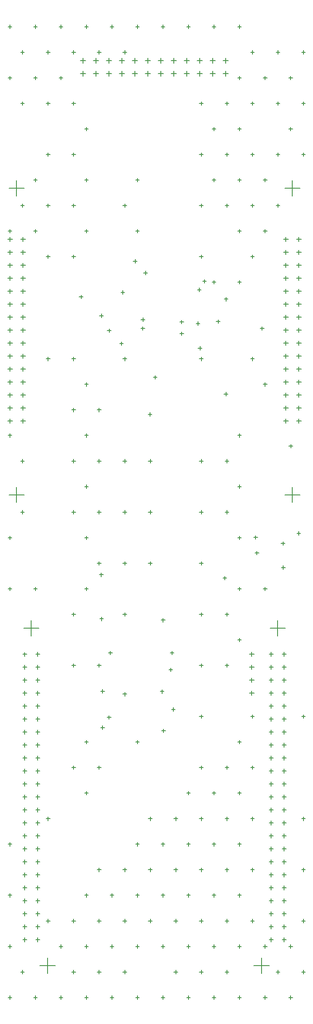
<source format=gbr>
G04 Layer_Color=128*
%FSLAX26Y26*%
%MOIN*%
%TF.FileFunction,Drillmap*%
%TF.Part,Single*%
G01*
G75*
%TA.AperFunction,NonConductor*%
%ADD93C,0.005000*%
D93*
X883662Y-4573621D02*
X919095Y-4573621D01*
X901378Y-4591338D02*
X901378Y-4555905D01*
X883662Y-4673621D02*
X919095Y-4673621D01*
X901378Y-4691338D02*
X901378Y-4655905D01*
X883662Y-4773621D02*
X919095Y-4773621D01*
X901378Y-4791338D02*
X901378Y-4755905D01*
X883662Y-4873621D02*
X919095Y-4873621D01*
X901378Y-4891338D02*
X901378Y-4855905D01*
X-979921Y-2776618D02*
X-943701Y-2776618D01*
X-961811Y-2794728D02*
X-961811Y-2758508D01*
X-979921Y-2676618D02*
X-943701Y-2676618D01*
X-961811Y-2694728D02*
X-961811Y-2658508D01*
X-979921Y-2576618D02*
X-943701Y-2576618D01*
X-961811Y-2594728D02*
X-961811Y-2558508D01*
X-979921Y-2476618D02*
X-943701Y-2476618D01*
X-961811Y-2494728D02*
X-961811Y-2458508D01*
X-979921Y-2376618D02*
X-943701Y-2376618D01*
X-961811Y-2394728D02*
X-961811Y-2358508D01*
X-979921Y-2276618D02*
X-943701Y-2276618D01*
X-961811Y-2294728D02*
X-961811Y-2258508D01*
X-979921Y-2176618D02*
X-943701Y-2176618D01*
X-961811Y-2194728D02*
X-961811Y-2158508D01*
X-979921Y-2076618D02*
X-943701Y-2076618D01*
X-961811Y-2094728D02*
X-961811Y-2058508D01*
X-979921Y-1976618D02*
X-943701Y-1976618D01*
X-961811Y-1994728D02*
X-961811Y-1958508D01*
X-979921Y-1876618D02*
X-943701Y-1876618D01*
X-961811Y-1894728D02*
X-961811Y-1858508D01*
X-979921Y-1776618D02*
X-943701Y-1776618D01*
X-961811Y-1794728D02*
X-961811Y-1758508D01*
X-979921Y-1676618D02*
X-943701Y-1676618D01*
X-961811Y-1694728D02*
X-961811Y-1658508D01*
X-979921Y-1576618D02*
X-943701Y-1576618D01*
X-961811Y-1594728D02*
X-961811Y-1558508D01*
X-979921Y-1476618D02*
X-943701Y-1476618D01*
X-961811Y-1494728D02*
X-961811Y-1458508D01*
X-979921Y-1376618D02*
X-943701Y-1376618D01*
X-961811Y-1394728D02*
X-961811Y-1358508D01*
X-879921Y-2776618D02*
X-843701Y-2776618D01*
X-861811Y-2794728D02*
X-861811Y-2758508D01*
X-879921Y-2676618D02*
X-843701Y-2676618D01*
X-861811Y-2694728D02*
X-861811Y-2658508D01*
X-879921Y-2576618D02*
X-843701Y-2576618D01*
X-861811Y-2594728D02*
X-861811Y-2558508D01*
X-879921Y-2476618D02*
X-843701Y-2476618D01*
X-861811Y-2494728D02*
X-861811Y-2458508D01*
X-879921Y-2376618D02*
X-843701Y-2376618D01*
X-861811Y-2394728D02*
X-861811Y-2358508D01*
X-879921Y-2276618D02*
X-843701Y-2276618D01*
X-861811Y-2294728D02*
X-861811Y-2258508D01*
X-879921Y-2176618D02*
X-843701Y-2176618D01*
X-861811Y-2194728D02*
X-861811Y-2158508D01*
X-879921Y-2076618D02*
X-843701Y-2076618D01*
X-861811Y-2094728D02*
X-861811Y-2058508D01*
X-879921Y-1976618D02*
X-843701Y-1976618D01*
X-861811Y-1994728D02*
X-861811Y-1958508D01*
X-879921Y-1876618D02*
X-843701Y-1876618D01*
X-861811Y-1894728D02*
X-861811Y-1858508D01*
X-879921Y-1776618D02*
X-843701Y-1776618D01*
X-861811Y-1794728D02*
X-861811Y-1758508D01*
X-879921Y-1676618D02*
X-843701Y-1676618D01*
X-861811Y-1694728D02*
X-861811Y-1658508D01*
X-879921Y-1576618D02*
X-843701Y-1576618D01*
X-861811Y-1594728D02*
X-861811Y-1558508D01*
X-879921Y-1476618D02*
X-843701Y-1476618D01*
X-861811Y-1494728D02*
X-861811Y-1458508D01*
X-879921Y-1376618D02*
X-843701Y-1376618D01*
X-861811Y-1394728D02*
X-861811Y-1358508D01*
X1246063Y-1376618D02*
X1282283Y-1376618D01*
X1264173Y-1394728D02*
X1264173Y-1358508D01*
X1246063Y-1476618D02*
X1282283Y-1476618D01*
X1264173Y-1494728D02*
X1264173Y-1458508D01*
X1246063Y-1576618D02*
X1282283Y-1576618D01*
X1264173Y-1594728D02*
X1264173Y-1558508D01*
X1246063Y-1676618D02*
X1282283Y-1676618D01*
X1264173Y-1694728D02*
X1264173Y-1658508D01*
X1246063Y-1776618D02*
X1282283Y-1776618D01*
X1264173Y-1794728D02*
X1264173Y-1758508D01*
X1246063Y-1876618D02*
X1282283Y-1876618D01*
X1264173Y-1894728D02*
X1264173Y-1858508D01*
X1246063Y-1976618D02*
X1282283Y-1976618D01*
X1264173Y-1994728D02*
X1264173Y-1958508D01*
X1246063Y-2076618D02*
X1282283Y-2076618D01*
X1264173Y-2094728D02*
X1264173Y-2058508D01*
X1246063Y-2176618D02*
X1282283Y-2176618D01*
X1264173Y-2194728D02*
X1264173Y-2158508D01*
X1246063Y-2276618D02*
X1282283Y-2276618D01*
X1264173Y-2294728D02*
X1264173Y-2258508D01*
X1246063Y-2376618D02*
X1282283Y-2376618D01*
X1264173Y-2394728D02*
X1264173Y-2358508D01*
X1246063Y-2476618D02*
X1282283Y-2476618D01*
X1264173Y-2494728D02*
X1264173Y-2458508D01*
X1246063Y-2576618D02*
X1282283Y-2576618D01*
X1264173Y-2594728D02*
X1264173Y-2558508D01*
X1246063Y-2676618D02*
X1282283Y-2676618D01*
X1264173Y-2694728D02*
X1264173Y-2658508D01*
X1246063Y-2776618D02*
X1282283Y-2776618D01*
X1264173Y-2794728D02*
X1264173Y-2758508D01*
X1146063Y-1376618D02*
X1182283Y-1376618D01*
X1164173Y-1394728D02*
X1164173Y-1358508D01*
X1146063Y-1476618D02*
X1182283Y-1476618D01*
X1164173Y-1494728D02*
X1164173Y-1458508D01*
X1146063Y-1576618D02*
X1182283Y-1576618D01*
X1164173Y-1594728D02*
X1164173Y-1558508D01*
X1146063Y-1676618D02*
X1182283Y-1676618D01*
X1164173Y-1694728D02*
X1164173Y-1658508D01*
X1146063Y-1776618D02*
X1182283Y-1776618D01*
X1164173Y-1794728D02*
X1164173Y-1758508D01*
X1146063Y-1876618D02*
X1182283Y-1876618D01*
X1164173Y-1894728D02*
X1164173Y-1858508D01*
X1146063Y-1976618D02*
X1182283Y-1976618D01*
X1164173Y-1994728D02*
X1164173Y-1958508D01*
X1146063Y-2076618D02*
X1182283Y-2076618D01*
X1164173Y-2094728D02*
X1164173Y-2058508D01*
X1146063Y-2176618D02*
X1182283Y-2176618D01*
X1164173Y-2194728D02*
X1164173Y-2158508D01*
X1146063Y-2276618D02*
X1182283Y-2276618D01*
X1164173Y-2294728D02*
X1164173Y-2258508D01*
X1146063Y-2376618D02*
X1182283Y-2376618D01*
X1164173Y-2394728D02*
X1164173Y-2358508D01*
X1146063Y-2476618D02*
X1182283Y-2476618D01*
X1164173Y-2494728D02*
X1164173Y-2458508D01*
X1146063Y-2576618D02*
X1182283Y-2576618D01*
X1164173Y-2594728D02*
X1164173Y-2558508D01*
X1146063Y-2676618D02*
X1182283Y-2676618D01*
X1164173Y-2694728D02*
X1164173Y-2658508D01*
X1146063Y-2776618D02*
X1182283Y-2776618D01*
X1164173Y-2794728D02*
X1164173Y-2758508D01*
X581299Y-100000D02*
X618701Y-100000D01*
X600000Y-118701D02*
X600000Y-81299D01*
X581299Y0D02*
X618701Y0D01*
X600000Y-18701D02*
X600000Y18701D01*
X481299Y0D02*
X518701Y0D01*
X500000Y-18701D02*
X500000Y18701D01*
X381299Y0D02*
X418701Y0D01*
X400000Y-18701D02*
X400000Y18701D01*
X281299Y0D02*
X318701Y0D01*
X300000Y-18701D02*
X300000Y18701D01*
X181299Y0D02*
X218701Y0D01*
X200000Y-18701D02*
X200000Y18701D01*
X81299Y0D02*
X118701Y0D01*
X100000Y-18701D02*
X100000Y18701D01*
X-18701Y0D02*
X18701Y0D01*
X0Y-18701D02*
X0Y18701D01*
X-118701Y0D02*
X-81299Y0D01*
X-100000Y-18701D02*
X-100000Y18701D01*
X-218701Y0D02*
X-181299Y0D01*
X-200000Y-18701D02*
X-200000Y18701D01*
X-318701Y0D02*
X-281299Y0D01*
X-300000Y-18701D02*
X-300000Y18701D01*
X-418701Y0D02*
X-381299Y0D01*
X-400000Y-18701D02*
X-400000Y18701D01*
X481299Y-100000D02*
X518701Y-100000D01*
X500000Y-118701D02*
X500000Y-81299D01*
X381299Y-100000D02*
X418701Y-100000D01*
X400000Y-118701D02*
X400000Y-81299D01*
X281299Y-100000D02*
X318701Y-100000D01*
X300000Y-118701D02*
X300000Y-81299D01*
X181299Y-100000D02*
X218701Y-100000D01*
X200000Y-118701D02*
X200000Y-81299D01*
X81299Y-100000D02*
X118701Y-100000D01*
X100000Y-118701D02*
X100000Y-81299D01*
X-18701Y-100000D02*
X18701Y-100000D01*
X0Y-118701D02*
X0Y-81299D01*
X-118701Y-100000D02*
X-81299Y-100000D01*
X-100000Y-118701D02*
X-100000Y-81299D01*
X-218701Y-100000D02*
X-181299Y-100000D01*
X-200000Y-118701D02*
X-200000Y-81299D01*
X-318701Y-100000D02*
X-281299Y-100000D01*
X-300000Y-118701D02*
X-300000Y-81299D01*
X-418701Y-100000D02*
X-381299Y-100000D01*
X-400000Y-118701D02*
X-400000Y-81299D01*
X681299Y0D02*
X718701Y0D01*
X700000Y-18701D02*
X700000Y18701D01*
X681299Y-100000D02*
X718701Y-100000D01*
X700000Y-118701D02*
X700000Y-81299D01*
X-970865Y-982918D02*
X-852755Y-982918D01*
X-911810Y-1041973D02*
X-911810Y-923863D01*
X-970865Y-3345122D02*
X-852755Y-3345122D01*
X-911810Y-3404177D02*
X-911810Y-3286067D01*
X1155119Y-982918D02*
X1273229Y-982918D01*
X1214174Y-1041973D02*
X1214174Y-923863D01*
X1155119Y-3345122D02*
X1273229Y-3345122D01*
X1214174Y-3404177D02*
X1214174Y-3286067D01*
X-857677Y-4373622D02*
X-739567Y-4373622D01*
X-798622Y-4432677D02*
X-798622Y-4314566D01*
X1042323Y-4373622D02*
X1160433Y-4373622D01*
X1101378Y-4432677D02*
X1101378Y-4314566D01*
X917323Y-6973622D02*
X1035433Y-6973622D01*
X976378Y-7032677D02*
X976378Y-6914566D01*
X-732677Y-6973622D02*
X-614567Y-6973622D01*
X-673622Y-7032677D02*
X-673622Y-6914566D01*
X-764370Y-4573622D02*
X-732874Y-4573622D01*
X-748622Y-4589370D02*
X-748622Y-4557874D01*
X-764370Y-4673622D02*
X-732874Y-4673622D01*
X-748622Y-4689370D02*
X-748622Y-4657874D01*
X-764370Y-4773622D02*
X-732874Y-4773622D01*
X-748622Y-4789370D02*
X-748622Y-4757874D01*
X-764370Y-4873622D02*
X-732874Y-4873622D01*
X-748622Y-4889370D02*
X-748622Y-4857874D01*
X-764370Y-4973622D02*
X-732874Y-4973622D01*
X-748622Y-4989370D02*
X-748622Y-4957874D01*
X-764370Y-5073622D02*
X-732874Y-5073622D01*
X-748622Y-5089370D02*
X-748622Y-5057874D01*
X-764370Y-5173622D02*
X-732874Y-5173622D01*
X-748622Y-5189370D02*
X-748622Y-5157874D01*
X-764370Y-5273622D02*
X-732874Y-5273622D01*
X-748622Y-5289370D02*
X-748622Y-5257874D01*
X-764370Y-5373622D02*
X-732874Y-5373622D01*
X-748622Y-5389370D02*
X-748622Y-5357874D01*
X-764370Y-5473622D02*
X-732874Y-5473622D01*
X-748622Y-5489370D02*
X-748622Y-5457874D01*
X-764370Y-5573622D02*
X-732874Y-5573622D01*
X-748622Y-5589370D02*
X-748622Y-5557874D01*
X-764370Y-5673622D02*
X-732874Y-5673622D01*
X-748622Y-5689370D02*
X-748622Y-5657874D01*
X-764370Y-5773622D02*
X-732874Y-5773622D01*
X-748622Y-5789370D02*
X-748622Y-5757874D01*
X-764370Y-5873622D02*
X-732874Y-5873622D01*
X-748622Y-5889370D02*
X-748622Y-5857874D01*
X-764370Y-5973622D02*
X-732874Y-5973622D01*
X-748622Y-5989370D02*
X-748622Y-5957874D01*
X-764370Y-6073622D02*
X-732874Y-6073622D01*
X-748622Y-6089370D02*
X-748622Y-6057874D01*
X-764370Y-6173622D02*
X-732874Y-6173622D01*
X-748622Y-6189370D02*
X-748622Y-6157874D01*
X-764370Y-6273622D02*
X-732874Y-6273622D01*
X-748622Y-6289370D02*
X-748622Y-6257874D01*
X-764370Y-6373622D02*
X-732874Y-6373622D01*
X-748622Y-6389370D02*
X-748622Y-6357874D01*
X-764370Y-6473622D02*
X-732874Y-6473622D01*
X-748622Y-6489370D02*
X-748622Y-6457874D01*
X-764370Y-6573622D02*
X-732874Y-6573622D01*
X-748622Y-6589370D02*
X-748622Y-6557874D01*
X-764370Y-6673622D02*
X-732874Y-6673622D01*
X-748622Y-6689370D02*
X-748622Y-6657874D01*
X-764370Y-6773622D02*
X-732874Y-6773622D01*
X-748622Y-6789370D02*
X-748622Y-6757874D01*
X-864370Y-4673622D02*
X-832874Y-4673622D01*
X-848622Y-4689370D02*
X-848622Y-4657874D01*
X-864370Y-4773622D02*
X-832874Y-4773622D01*
X-848622Y-4789370D02*
X-848622Y-4757874D01*
X-864370Y-4873622D02*
X-832874Y-4873622D01*
X-848622Y-4889370D02*
X-848622Y-4857874D01*
X-864370Y-4973622D02*
X-832874Y-4973622D01*
X-848622Y-4989370D02*
X-848622Y-4957874D01*
X-864370Y-5073622D02*
X-832874Y-5073622D01*
X-848622Y-5089370D02*
X-848622Y-5057874D01*
X-864370Y-5173622D02*
X-832874Y-5173622D01*
X-848622Y-5189370D02*
X-848622Y-5157874D01*
X-864370Y-5273622D02*
X-832874Y-5273622D01*
X-848622Y-5289370D02*
X-848622Y-5257874D01*
X-864370Y-5373622D02*
X-832874Y-5373622D01*
X-848622Y-5389370D02*
X-848622Y-5357874D01*
X-864370Y-5473622D02*
X-832874Y-5473622D01*
X-848622Y-5489370D02*
X-848622Y-5457874D01*
X-864370Y-5573622D02*
X-832874Y-5573622D01*
X-848622Y-5589370D02*
X-848622Y-5557874D01*
X-864370Y-5673622D02*
X-832874Y-5673622D01*
X-848622Y-5689370D02*
X-848622Y-5657874D01*
X-864370Y-5773622D02*
X-832874Y-5773622D01*
X-848622Y-5789370D02*
X-848622Y-5757874D01*
X-864370Y-5873622D02*
X-832874Y-5873622D01*
X-848622Y-5889370D02*
X-848622Y-5857874D01*
X-864370Y-5973622D02*
X-832874Y-5973622D01*
X-848622Y-5989370D02*
X-848622Y-5957874D01*
X-864370Y-6073622D02*
X-832874Y-6073622D01*
X-848622Y-6089370D02*
X-848622Y-6057874D01*
X-864370Y-6173622D02*
X-832874Y-6173622D01*
X-848622Y-6189370D02*
X-848622Y-6157874D01*
X-864370Y-6273622D02*
X-832874Y-6273622D01*
X-848622Y-6289370D02*
X-848622Y-6257874D01*
X-864370Y-6373622D02*
X-832874Y-6373622D01*
X-848622Y-6389370D02*
X-848622Y-6357874D01*
X-864370Y-6473622D02*
X-832874Y-6473622D01*
X-848622Y-6489370D02*
X-848622Y-6457874D01*
X-864370Y-6573622D02*
X-832874Y-6573622D01*
X-848622Y-6589370D02*
X-848622Y-6557874D01*
X-864370Y-6673622D02*
X-832874Y-6673622D01*
X-848622Y-6689370D02*
X-848622Y-6657874D01*
X-864370Y-6773622D02*
X-832874Y-6773622D01*
X-848622Y-6789370D02*
X-848622Y-6757874D01*
X1035630Y-4573622D02*
X1067126Y-4573622D01*
X1051378Y-4589370D02*
X1051378Y-4557874D01*
X1135630Y-4573622D02*
X1167126Y-4573622D01*
X1151378Y-4589370D02*
X1151378Y-4557874D01*
X1135630Y-4673622D02*
X1167126Y-4673622D01*
X1151378Y-4689370D02*
X1151378Y-4657874D01*
X1135630Y-4773622D02*
X1167126Y-4773622D01*
X1151378Y-4789370D02*
X1151378Y-4757874D01*
X1135630Y-4873622D02*
X1167126Y-4873622D01*
X1151378Y-4889370D02*
X1151378Y-4857874D01*
X1135630Y-4973622D02*
X1167126Y-4973622D01*
X1151378Y-4989370D02*
X1151378Y-4957874D01*
X1135630Y-5073622D02*
X1167126Y-5073622D01*
X1151378Y-5089370D02*
X1151378Y-5057874D01*
X1135630Y-5173622D02*
X1167126Y-5173622D01*
X1151378Y-5189370D02*
X1151378Y-5157874D01*
X1135630Y-5273622D02*
X1167126Y-5273622D01*
X1151378Y-5289370D02*
X1151378Y-5257874D01*
X1135630Y-5373622D02*
X1167126Y-5373622D01*
X1151378Y-5389370D02*
X1151378Y-5357874D01*
X1135630Y-5473622D02*
X1167126Y-5473622D01*
X1151378Y-5489370D02*
X1151378Y-5457874D01*
X1135630Y-5573622D02*
X1167126Y-5573622D01*
X1151378Y-5589370D02*
X1151378Y-5557874D01*
X1135630Y-5673622D02*
X1167126Y-5673622D01*
X1151378Y-5689370D02*
X1151378Y-5657874D01*
X1135630Y-5773622D02*
X1167126Y-5773622D01*
X1151378Y-5789370D02*
X1151378Y-5757874D01*
X1135630Y-5873622D02*
X1167126Y-5873622D01*
X1151378Y-5889370D02*
X1151378Y-5857874D01*
X1135630Y-5973622D02*
X1167126Y-5973622D01*
X1151378Y-5989370D02*
X1151378Y-5957874D01*
X1135630Y-6073622D02*
X1167126Y-6073622D01*
X1151378Y-6089370D02*
X1151378Y-6057874D01*
X1135630Y-6173622D02*
X1167126Y-6173622D01*
X1151378Y-6189370D02*
X1151378Y-6157874D01*
X1135630Y-6273622D02*
X1167126Y-6273622D01*
X1151378Y-6289370D02*
X1151378Y-6257874D01*
X1135630Y-6373622D02*
X1167126Y-6373622D01*
X1151378Y-6389370D02*
X1151378Y-6357874D01*
X1135630Y-6473622D02*
X1167126Y-6473622D01*
X1151378Y-6489370D02*
X1151378Y-6457874D01*
X1135630Y-6573622D02*
X1167126Y-6573622D01*
X1151378Y-6589370D02*
X1151378Y-6557874D01*
X1135630Y-6673622D02*
X1167126Y-6673622D01*
X1151378Y-6689370D02*
X1151378Y-6657874D01*
X1135630Y-6773622D02*
X1167126Y-6773622D01*
X1151378Y-6789370D02*
X1151378Y-6757874D01*
X1035630Y-4673622D02*
X1067126Y-4673622D01*
X1051378Y-4689370D02*
X1051378Y-4657874D01*
X1035630Y-4773622D02*
X1067126Y-4773622D01*
X1051378Y-4789370D02*
X1051378Y-4757874D01*
X1035630Y-4873622D02*
X1067126Y-4873622D01*
X1051378Y-4889370D02*
X1051378Y-4857874D01*
X1035630Y-4973622D02*
X1067126Y-4973622D01*
X1051378Y-4989370D02*
X1051378Y-4957874D01*
X1035630Y-5073622D02*
X1067126Y-5073622D01*
X1051378Y-5089370D02*
X1051378Y-5057874D01*
X1035630Y-5173622D02*
X1067126Y-5173622D01*
X1051378Y-5189370D02*
X1051378Y-5157874D01*
X1035630Y-5273622D02*
X1067126Y-5273622D01*
X1051378Y-5289370D02*
X1051378Y-5257874D01*
X1035630Y-5373622D02*
X1067126Y-5373622D01*
X1051378Y-5389370D02*
X1051378Y-5357874D01*
X1035630Y-5473622D02*
X1067126Y-5473622D01*
X1051378Y-5489370D02*
X1051378Y-5457874D01*
X1035630Y-5573622D02*
X1067126Y-5573622D01*
X1051378Y-5589370D02*
X1051378Y-5557874D01*
X1035630Y-5673622D02*
X1067126Y-5673622D01*
X1051378Y-5689370D02*
X1051378Y-5657874D01*
X1035630Y-5773622D02*
X1067126Y-5773622D01*
X1051378Y-5789370D02*
X1051378Y-5757874D01*
X1035630Y-5873622D02*
X1067126Y-5873622D01*
X1051378Y-5889370D02*
X1051378Y-5857874D01*
X1035630Y-5973622D02*
X1067126Y-5973622D01*
X1051378Y-5989370D02*
X1051378Y-5957874D01*
X1035630Y-6073622D02*
X1067126Y-6073622D01*
X1051378Y-6089370D02*
X1051378Y-6057874D01*
X1035630Y-6173622D02*
X1067126Y-6173622D01*
X1051378Y-6189370D02*
X1051378Y-6157874D01*
X1035630Y-6273622D02*
X1067126Y-6273622D01*
X1051378Y-6289370D02*
X1051378Y-6257874D01*
X1035630Y-6373622D02*
X1067126Y-6373622D01*
X1051378Y-6389370D02*
X1051378Y-6357874D01*
X1035630Y-6473622D02*
X1067126Y-6473622D01*
X1051378Y-6489370D02*
X1051378Y-6457874D01*
X1035630Y-6573622D02*
X1067126Y-6573622D01*
X1051378Y-6589370D02*
X1051378Y-6557874D01*
X1035630Y-6673622D02*
X1067126Y-6673622D01*
X1051378Y-6689370D02*
X1051378Y-6657874D01*
X1035630Y-6773622D02*
X1067126Y-6773622D01*
X1051378Y-6789370D02*
X1051378Y-6757874D01*
X-863622Y-4573622D02*
X-833622Y-4573622D01*
X-848622Y-4588622D02*
X-848622Y-4558622D01*
X680324Y-3986122D02*
X708324Y-3986122D01*
X694324Y-4000122D02*
X694324Y-3972122D01*
X-272352Y-3961122D02*
X-244352Y-3961122D01*
X-258352Y-3975122D02*
X-258352Y-3947122D01*
X1131000Y-3905000D02*
X1159000Y-3905000D01*
X1145000Y-3919000D02*
X1145000Y-3891000D01*
X347378Y-2103256D02*
X375378Y-2103256D01*
X361378Y-2117256D02*
X361378Y-2089256D01*
X207378Y-5163622D02*
X235378Y-5163622D01*
X221378Y-5177622D02*
X221378Y-5149622D01*
X263324Y-4693122D02*
X291324Y-4693122D01*
X277324Y-4707122D02*
X277324Y-4679122D01*
X282324Y-4998122D02*
X310324Y-4998122D01*
X296324Y-5012122D02*
X296324Y-4984122D01*
X-91676Y-4881122D02*
X-63676Y-4881122D01*
X-77676Y-4895122D02*
X-77676Y-4867122D01*
X-212676Y-5059122D02*
X-184676Y-5059122D01*
X-198676Y-5073122D02*
X-198676Y-5045122D01*
X-269676Y-4301122D02*
X-241676Y-4301122D01*
X-255676Y-4315122D02*
X-255676Y-4287122D01*
X204324Y-4311122D02*
X232324Y-4311122D01*
X218324Y-4325122D02*
X218324Y-4297122D01*
X-262622Y-4858622D02*
X-234622Y-4858622D01*
X-248622Y-4872622D02*
X-248622Y-4844622D01*
X195450Y-4861024D02*
X223450Y-4861024D01*
X209450Y-4875024D02*
X209450Y-4847024D01*
X-262622Y-5138622D02*
X-234622Y-5138622D01*
X-248622Y-5152622D02*
X-248622Y-5124622D01*
X-202622Y-4563622D02*
X-174622Y-4563622D01*
X-188622Y-4577622D02*
X-188622Y-4549622D01*
X272378Y-4563622D02*
X300378Y-4563622D01*
X286378Y-4577622D02*
X286378Y-4549622D01*
X483324Y-1765122D02*
X511324Y-1765122D01*
X497324Y-1779122D02*
X497324Y-1751122D01*
X523324Y-1700122D02*
X551324Y-1700122D01*
X537324Y-1714122D02*
X537324Y-1686122D01*
X68324Y-1635122D02*
X96324Y-1635122D01*
X82324Y-1649122D02*
X82324Y-1621122D01*
X628324Y-2010122D02*
X656324Y-2010122D01*
X642324Y-2024122D02*
X642324Y-1996122D01*
X-106676Y-1785122D02*
X-78676Y-1785122D01*
X-92676Y-1799122D02*
X-92676Y-1771122D01*
X-11676Y-1545122D02*
X16324Y-1545122D01*
X2324Y-1559122D02*
X2324Y-1531122D01*
X48324Y-1995122D02*
X76324Y-1995122D01*
X62324Y-2009122D02*
X62324Y-1981122D01*
X-271676Y-1965122D02*
X-243676Y-1965122D01*
X-257676Y-1979122D02*
X-257676Y-1951122D01*
X488324Y-2215122D02*
X516324Y-2215122D01*
X502324Y-2229122D02*
X502324Y-2201122D01*
X473324Y-2025122D02*
X501324Y-2025122D01*
X487324Y-2039122D02*
X487324Y-2011122D01*
X103324Y-2725122D02*
X131324Y-2725122D01*
X117324Y-2739122D02*
X117324Y-2711122D01*
X1128324Y-3720122D02*
X1156324Y-3720122D01*
X1142324Y-3734122D02*
X1142324Y-3706122D01*
X-211676Y-2080122D02*
X-183676Y-2080122D01*
X-197676Y-2094122D02*
X-197676Y-2066122D01*
X1188324Y-2970122D02*
X1216324Y-2970122D01*
X1202324Y-2984122D02*
X1202324Y-2956122D01*
X-116676Y-2180122D02*
X-88676Y-2180122D01*
X-102676Y-2194122D02*
X-102676Y-2166122D01*
X143324Y-2440122D02*
X171324Y-2440122D01*
X157324Y-2454122D02*
X157324Y-2426122D01*
X690118Y-1837918D02*
X718118Y-1837918D01*
X704118Y-1851918D02*
X704118Y-1823918D01*
X688324Y-2568122D02*
X716324Y-2568122D01*
X702324Y-2582122D02*
X702324Y-2554122D01*
X927378Y-3793622D02*
X955378Y-3793622D01*
X941378Y-3807622D02*
X941378Y-3779622D01*
X347378Y-2013622D02*
X375378Y-2013622D01*
X361378Y-2027622D02*
X361378Y-1999622D01*
X47378Y-2063622D02*
X75378Y-2063622D01*
X61378Y-2077622D02*
X61378Y-2049622D01*
X-428354Y-1820224D02*
X-400354Y-1820224D01*
X-414354Y-1834224D02*
X-414354Y-1806224D01*
X967378Y-2063622D02*
X995378Y-2063622D01*
X981378Y-2077622D02*
X981378Y-2049622D01*
X917378Y-3673622D02*
X945378Y-3673622D01*
X931378Y-3687622D02*
X931378Y-3659622D01*
X1250174Y-3641574D02*
X1278174Y-3641574D01*
X1264174Y-3655574D02*
X1264174Y-3627574D01*
X-978030Y-7218735D02*
X-950030Y-7218735D01*
X-964030Y-7232735D02*
X-964030Y-7204735D01*
X-879605Y-7021885D02*
X-851605Y-7021885D01*
X-865605Y-7035885D02*
X-865605Y-7007885D01*
X-978030Y-6825034D02*
X-950030Y-6825034D01*
X-964030Y-6839034D02*
X-964030Y-6811034D01*
X-978030Y-6431334D02*
X-950030Y-6431334D01*
X-964030Y-6445334D02*
X-964030Y-6417334D01*
X-978030Y-6037633D02*
X-950030Y-6037633D01*
X-964030Y-6051633D02*
X-964030Y-6023633D01*
X-978030Y-4069129D02*
X-950030Y-4069129D01*
X-964030Y-4083129D02*
X-964030Y-4055129D01*
X-978030Y-3675428D02*
X-950030Y-3675428D01*
X-964030Y-3689428D02*
X-964030Y-3661428D01*
X-879605Y-3478578D02*
X-851605Y-3478578D01*
X-865605Y-3492578D02*
X-865605Y-3464578D01*
X-879605Y-3084877D02*
X-851605Y-3084877D01*
X-865605Y-3098877D02*
X-865605Y-3070877D01*
X-978030Y-2888026D02*
X-950030Y-2888026D01*
X-964030Y-2902026D02*
X-964030Y-2874026D01*
X-978030Y-1313223D02*
X-950030Y-1313223D01*
X-964030Y-1327223D02*
X-964030Y-1299223D01*
X-879605Y-1116373D02*
X-851605Y-1116373D01*
X-865605Y-1130373D02*
X-865605Y-1102373D01*
X-879605Y-328971D02*
X-851605Y-328971D01*
X-865605Y-342971D02*
X-865605Y-314971D01*
X-978030Y-132121D02*
X-950030Y-132121D01*
X-964030Y-146121D02*
X-964030Y-118121D01*
X-879605Y64730D02*
X-851605Y64730D01*
X-865605Y50730D02*
X-865605Y78730D01*
X-978030Y261580D02*
X-950030Y261580D01*
X-964030Y247580D02*
X-964030Y275580D01*
X-781180Y-7218735D02*
X-753180Y-7218735D01*
X-767180Y-7232735D02*
X-767180Y-7204735D01*
X-682754Y-6628184D02*
X-654754Y-6628184D01*
X-668754Y-6642184D02*
X-668754Y-6614184D01*
X-682754Y-5840782D02*
X-654754Y-5840782D01*
X-668754Y-5854782D02*
X-668754Y-5826782D01*
X-781180Y-4069129D02*
X-753180Y-4069129D01*
X-767180Y-4083129D02*
X-767180Y-4055129D01*
X-682754Y-2297475D02*
X-654754Y-2297475D01*
X-668754Y-2311475D02*
X-668754Y-2283475D01*
X-682754Y-1510074D02*
X-654754Y-1510074D01*
X-668754Y-1524074D02*
X-668754Y-1496074D01*
X-781180Y-1313223D02*
X-753180Y-1313223D01*
X-767180Y-1327223D02*
X-767180Y-1299223D01*
X-682754Y-1116373D02*
X-654754Y-1116373D01*
X-668754Y-1130373D02*
X-668754Y-1102373D01*
X-781180Y-919522D02*
X-753180Y-919522D01*
X-767180Y-933522D02*
X-767180Y-905522D01*
X-682754Y-722672D02*
X-654754Y-722672D01*
X-668754Y-736672D02*
X-668754Y-708672D01*
X-682754Y-328971D02*
X-654754Y-328971D01*
X-668754Y-342971D02*
X-668754Y-314971D01*
X-781180Y-132121D02*
X-753180Y-132121D01*
X-767180Y-146121D02*
X-767180Y-118121D01*
X-682754Y64730D02*
X-654754Y64730D01*
X-668754Y50730D02*
X-668754Y78730D01*
X-781180Y261580D02*
X-753180Y261580D01*
X-767180Y247580D02*
X-767180Y275580D01*
X-584329Y-7218735D02*
X-556329Y-7218735D01*
X-570329Y-7232735D02*
X-570329Y-7204735D01*
X-485904Y-7021885D02*
X-457904Y-7021885D01*
X-471904Y-7035885D02*
X-471904Y-7007885D01*
X-584329Y-6825034D02*
X-556329Y-6825034D01*
X-570329Y-6839034D02*
X-570329Y-6811034D01*
X-485904Y-6628184D02*
X-457904Y-6628184D01*
X-471904Y-6642184D02*
X-471904Y-6614184D01*
X-485904Y-5447082D02*
X-457904Y-5447082D01*
X-471904Y-5461082D02*
X-471904Y-5433082D01*
X-485904Y-4659680D02*
X-457904Y-4659680D01*
X-471904Y-4673680D02*
X-471904Y-4645680D01*
X-485904Y-4265979D02*
X-457904Y-4265979D01*
X-471904Y-4279979D02*
X-471904Y-4251979D01*
X-485904Y-3478578D02*
X-457904Y-3478578D01*
X-471904Y-3492578D02*
X-471904Y-3464578D01*
X-485904Y-3084877D02*
X-457904Y-3084877D01*
X-471904Y-3098877D02*
X-471904Y-3070877D01*
X-485904Y-2691176D02*
X-457904Y-2691176D01*
X-471904Y-2705176D02*
X-471904Y-2677176D01*
X-485904Y-2297475D02*
X-457904Y-2297475D01*
X-471904Y-2311475D02*
X-471904Y-2283475D01*
X-485904Y-1510074D02*
X-457904Y-1510074D01*
X-471904Y-1524074D02*
X-471904Y-1496074D01*
X-485904Y-1116373D02*
X-457904Y-1116373D01*
X-471904Y-1130373D02*
X-471904Y-1102373D01*
X-485904Y-722672D02*
X-457904Y-722672D01*
X-471904Y-736672D02*
X-471904Y-708672D01*
X-485904Y-328971D02*
X-457904Y-328971D01*
X-471904Y-342971D02*
X-471904Y-314971D01*
X-584329Y-132121D02*
X-556329Y-132121D01*
X-570329Y-146121D02*
X-570329Y-118121D01*
X-485904Y64730D02*
X-457904Y64730D01*
X-471904Y50730D02*
X-471904Y78730D01*
X-584329Y261580D02*
X-556329Y261580D01*
X-570329Y247580D02*
X-570329Y275580D01*
X-387479Y-7218735D02*
X-359479Y-7218735D01*
X-373479Y-7232735D02*
X-373479Y-7204735D01*
X-289054Y-7021885D02*
X-261054Y-7021885D01*
X-275054Y-7035885D02*
X-275054Y-7007885D01*
X-387479Y-6825034D02*
X-359479Y-6825034D01*
X-373479Y-6839034D02*
X-373479Y-6811034D01*
X-289054Y-6628184D02*
X-261054Y-6628184D01*
X-275054Y-6642184D02*
X-275054Y-6614184D01*
X-387479Y-6431334D02*
X-359479Y-6431334D01*
X-373479Y-6445334D02*
X-373479Y-6417334D01*
X-289054Y-6234483D02*
X-261054Y-6234483D01*
X-275054Y-6248483D02*
X-275054Y-6220483D01*
X-387479Y-5643932D02*
X-359479Y-5643932D01*
X-373479Y-5657932D02*
X-373479Y-5629932D01*
X-289054Y-5447082D02*
X-261054Y-5447082D01*
X-275054Y-5461082D02*
X-275054Y-5433082D01*
X-387479Y-5250231D02*
X-359479Y-5250231D01*
X-373479Y-5264231D02*
X-373479Y-5236231D01*
X-289054Y-4659680D02*
X-261054Y-4659680D01*
X-275054Y-4673680D02*
X-275054Y-4645680D01*
X-387479Y-4069129D02*
X-359479Y-4069129D01*
X-373479Y-4083129D02*
X-373479Y-4055129D01*
X-289054Y-3872278D02*
X-261054Y-3872278D01*
X-275054Y-3886278D02*
X-275054Y-3858278D01*
X-387479Y-3675428D02*
X-359479Y-3675428D01*
X-373479Y-3689428D02*
X-373479Y-3661428D01*
X-289054Y-3478578D02*
X-261054Y-3478578D01*
X-275054Y-3492578D02*
X-275054Y-3464578D01*
X-387479Y-3281727D02*
X-359479Y-3281727D01*
X-373479Y-3295727D02*
X-373479Y-3267727D01*
X-289054Y-3084877D02*
X-261054Y-3084877D01*
X-275054Y-3098877D02*
X-275054Y-3070877D01*
X-387479Y-2888026D02*
X-359479Y-2888026D01*
X-373479Y-2902026D02*
X-373479Y-2874026D01*
X-289054Y-2691176D02*
X-261054Y-2691176D01*
X-275054Y-2705176D02*
X-275054Y-2677176D01*
X-387479Y-2494326D02*
X-359479Y-2494326D01*
X-373479Y-2508326D02*
X-373479Y-2480326D01*
X-387479Y-1313223D02*
X-359479Y-1313223D01*
X-373479Y-1327223D02*
X-373479Y-1299223D01*
X-387479Y-919522D02*
X-359479Y-919522D01*
X-373479Y-933522D02*
X-373479Y-905522D01*
X-387479Y-525822D02*
X-359479Y-525822D01*
X-373479Y-539822D02*
X-373479Y-511822D01*
X-289054Y64730D02*
X-261054Y64730D01*
X-275054Y50730D02*
X-275054Y78730D01*
X-387479Y261580D02*
X-359479Y261580D01*
X-373479Y247580D02*
X-373479Y275580D01*
X-190628Y-7218735D02*
X-162628Y-7218735D01*
X-176628Y-7232735D02*
X-176628Y-7204735D01*
X-92203Y-7021885D02*
X-64203Y-7021885D01*
X-78203Y-7035885D02*
X-78203Y-7007885D01*
X-190628Y-6825034D02*
X-162628Y-6825034D01*
X-176628Y-6839034D02*
X-176628Y-6811034D01*
X-92203Y-6628184D02*
X-64203Y-6628184D01*
X-78203Y-6642184D02*
X-78203Y-6614184D01*
X-190628Y-6431334D02*
X-162628Y-6431334D01*
X-176628Y-6445334D02*
X-176628Y-6417334D01*
X-92203Y-6234483D02*
X-64203Y-6234483D01*
X-78203Y-6248483D02*
X-78203Y-6220483D01*
X-92203Y-4265979D02*
X-64203Y-4265979D01*
X-78203Y-4279979D02*
X-78203Y-4251979D01*
X-92203Y-3872278D02*
X-64203Y-3872278D01*
X-78203Y-3886278D02*
X-78203Y-3858278D01*
X-92203Y-3478578D02*
X-64203Y-3478578D01*
X-78203Y-3492578D02*
X-78203Y-3464578D01*
X-92203Y-3084877D02*
X-64203Y-3084877D01*
X-78203Y-3098877D02*
X-78203Y-3070877D01*
X-92203Y-2297475D02*
X-64203Y-2297475D01*
X-78203Y-2311475D02*
X-78203Y-2283475D01*
X-92203Y-1116373D02*
X-64203Y-1116373D01*
X-78203Y-1130373D02*
X-78203Y-1102373D01*
X-92203Y64730D02*
X-64203Y64730D01*
X-78203Y50730D02*
X-78203Y78730D01*
X-190628Y261580D02*
X-162628Y261580D01*
X-176628Y247580D02*
X-176628Y275580D01*
X6222Y-7218735D02*
X34222Y-7218735D01*
X20222Y-7232735D02*
X20222Y-7204735D01*
X6222Y-6825034D02*
X34222Y-6825034D01*
X20222Y-6839034D02*
X20222Y-6811034D01*
X104647Y-6628184D02*
X132647Y-6628184D01*
X118647Y-6642184D02*
X118647Y-6614184D01*
X6222Y-6431334D02*
X34222Y-6431334D01*
X20222Y-6445334D02*
X20222Y-6417334D01*
X104647Y-6234483D02*
X132647Y-6234483D01*
X118647Y-6248483D02*
X118647Y-6220483D01*
X6222Y-6037633D02*
X34222Y-6037633D01*
X20222Y-6051633D02*
X20222Y-6023633D01*
X104647Y-5840782D02*
X132647Y-5840782D01*
X118647Y-5854782D02*
X118647Y-5826782D01*
X6222Y-5250231D02*
X34222Y-5250231D01*
X20222Y-5264231D02*
X20222Y-5236231D01*
X104647Y-3872278D02*
X132647Y-3872278D01*
X118647Y-3886278D02*
X118647Y-3858278D01*
X104647Y-3478578D02*
X132647Y-3478578D01*
X118647Y-3492578D02*
X118647Y-3464578D01*
X104647Y-3084877D02*
X132647Y-3084877D01*
X118647Y-3098877D02*
X118647Y-3070877D01*
X6222Y-1313223D02*
X34222Y-1313223D01*
X20222Y-1327223D02*
X20222Y-1299223D01*
X6222Y-919522D02*
X34222Y-919522D01*
X20222Y-933522D02*
X20222Y-905522D01*
X6222Y261580D02*
X34222Y261580D01*
X20222Y247580D02*
X20222Y275580D01*
X203072Y-7218735D02*
X231072Y-7218735D01*
X217072Y-7232735D02*
X217072Y-7204735D01*
X301498Y-7021885D02*
X329498Y-7021885D01*
X315498Y-7035885D02*
X315498Y-7007885D01*
X203072Y-6825034D02*
X231072Y-6825034D01*
X217072Y-6839034D02*
X217072Y-6811034D01*
X301498Y-6628184D02*
X329498Y-6628184D01*
X315498Y-6642184D02*
X315498Y-6614184D01*
X203072Y-6431334D02*
X231072Y-6431334D01*
X217072Y-6445334D02*
X217072Y-6417334D01*
X301498Y-6234483D02*
X329498Y-6234483D01*
X315498Y-6248483D02*
X315498Y-6220483D01*
X203072Y-6037633D02*
X231072Y-6037633D01*
X217072Y-6051633D02*
X217072Y-6023633D01*
X301498Y-5840782D02*
X329498Y-5840782D01*
X315498Y-5854782D02*
X315498Y-5826782D01*
X203072Y261580D02*
X231072Y261580D01*
X217072Y247580D02*
X217072Y275580D01*
X399923Y-7218735D02*
X427923Y-7218735D01*
X413923Y-7232735D02*
X413923Y-7204735D01*
X498348Y-7021885D02*
X526348Y-7021885D01*
X512348Y-7035885D02*
X512348Y-7007885D01*
X399923Y-6825034D02*
X427923Y-6825034D01*
X413923Y-6839034D02*
X413923Y-6811034D01*
X498348Y-6628184D02*
X526348Y-6628184D01*
X512348Y-6642184D02*
X512348Y-6614184D01*
X399923Y-6431334D02*
X427923Y-6431334D01*
X413923Y-6445334D02*
X413923Y-6417334D01*
X498348Y-6234483D02*
X526348Y-6234483D01*
X512348Y-6248483D02*
X512348Y-6220483D01*
X399923Y-6037633D02*
X427923Y-6037633D01*
X413923Y-6051633D02*
X413923Y-6023633D01*
X498348Y-5840782D02*
X526348Y-5840782D01*
X512348Y-5854782D02*
X512348Y-5826782D01*
X399923Y-5643932D02*
X427923Y-5643932D01*
X413923Y-5657932D02*
X413923Y-5629932D01*
X498348Y-5447082D02*
X526348Y-5447082D01*
X512348Y-5461082D02*
X512348Y-5433082D01*
X498348Y-5053381D02*
X526348Y-5053381D01*
X512348Y-5067381D02*
X512348Y-5039381D01*
X498348Y-4659680D02*
X526348Y-4659680D01*
X512348Y-4673680D02*
X512348Y-4645680D01*
X498348Y-4265979D02*
X526348Y-4265979D01*
X512348Y-4279979D02*
X512348Y-4251979D01*
X498348Y-3872278D02*
X526348Y-3872278D01*
X512348Y-3886278D02*
X512348Y-3858278D01*
X498348Y-3478578D02*
X526348Y-3478578D01*
X512348Y-3492578D02*
X512348Y-3464578D01*
X498348Y-3084877D02*
X526348Y-3084877D01*
X512348Y-3098877D02*
X512348Y-3070877D01*
X498348Y-2297475D02*
X526348Y-2297475D01*
X512348Y-2311475D02*
X512348Y-2283475D01*
X498348Y-1510074D02*
X526348Y-1510074D01*
X512348Y-1524074D02*
X512348Y-1496074D01*
X498348Y-1116373D02*
X526348Y-1116373D01*
X512348Y-1130373D02*
X512348Y-1102373D01*
X498348Y-722672D02*
X526348Y-722672D01*
X512348Y-736672D02*
X512348Y-708672D01*
X498348Y-328971D02*
X526348Y-328971D01*
X512348Y-342971D02*
X512348Y-314971D01*
X399923Y261580D02*
X427923Y261580D01*
X413923Y247580D02*
X413923Y275580D01*
X596773Y-7218735D02*
X624773Y-7218735D01*
X610773Y-7232735D02*
X610773Y-7204735D01*
X695198Y-7021885D02*
X723198Y-7021885D01*
X709198Y-7035885D02*
X709198Y-7007885D01*
X596773Y-6825034D02*
X624773Y-6825034D01*
X610773Y-6839034D02*
X610773Y-6811034D01*
X695198Y-6628184D02*
X723198Y-6628184D01*
X709198Y-6642184D02*
X709198Y-6614184D01*
X596773Y-6431334D02*
X624773Y-6431334D01*
X610773Y-6445334D02*
X610773Y-6417334D01*
X695198Y-6234483D02*
X723198Y-6234483D01*
X709198Y-6248483D02*
X709198Y-6220483D01*
X596773Y-6037633D02*
X624773Y-6037633D01*
X610773Y-6051633D02*
X610773Y-6023633D01*
X695198Y-5840782D02*
X723198Y-5840782D01*
X709198Y-5854782D02*
X709198Y-5826782D01*
X596773Y-5643932D02*
X624773Y-5643932D01*
X610773Y-5657932D02*
X610773Y-5629932D01*
X695198Y-5447082D02*
X723198Y-5447082D01*
X709198Y-5461082D02*
X709198Y-5433082D01*
X695198Y-4659680D02*
X723198Y-4659680D01*
X709198Y-4673680D02*
X709198Y-4645680D01*
X695198Y-4265979D02*
X723198Y-4265979D01*
X709198Y-4279979D02*
X709198Y-4251979D01*
X695198Y-3478578D02*
X723198Y-3478578D01*
X709198Y-3492578D02*
X709198Y-3464578D01*
X695198Y-3084877D02*
X723198Y-3084877D01*
X709198Y-3098877D02*
X709198Y-3070877D01*
X596773Y-1706924D02*
X624773Y-1706924D01*
X610773Y-1720924D02*
X610773Y-1692924D01*
X695198Y-1116373D02*
X723198Y-1116373D01*
X709198Y-1130373D02*
X709198Y-1102373D01*
X596773Y-919522D02*
X624773Y-919522D01*
X610773Y-933522D02*
X610773Y-905522D01*
X695198Y-722672D02*
X723198Y-722672D01*
X709198Y-736672D02*
X709198Y-708672D01*
X596773Y-525822D02*
X624773Y-525822D01*
X610773Y-539822D02*
X610773Y-511822D01*
X695198Y-328971D02*
X723198Y-328971D01*
X709198Y-342971D02*
X709198Y-314971D01*
X596773Y261580D02*
X624773Y261580D01*
X610773Y247580D02*
X610773Y275580D01*
X793624Y-7218735D02*
X821624Y-7218735D01*
X807624Y-7232735D02*
X807624Y-7204735D01*
X793624Y-6825034D02*
X821624Y-6825034D01*
X807624Y-6839034D02*
X807624Y-6811034D01*
X892049Y-6628184D02*
X920049Y-6628184D01*
X906049Y-6642184D02*
X906049Y-6614184D01*
X793624Y-6431334D02*
X821624Y-6431334D01*
X807624Y-6445334D02*
X807624Y-6417334D01*
X892049Y-6234483D02*
X920049Y-6234483D01*
X906049Y-6248483D02*
X906049Y-6220483D01*
X793624Y-6037633D02*
X821624Y-6037633D01*
X807624Y-6051633D02*
X807624Y-6023633D01*
X892049Y-5840782D02*
X920049Y-5840782D01*
X906049Y-5854782D02*
X906049Y-5826782D01*
X793624Y-5643932D02*
X821624Y-5643932D01*
X807624Y-5657932D02*
X807624Y-5629932D01*
X892049Y-5447082D02*
X920049Y-5447082D01*
X906049Y-5461082D02*
X906049Y-5433082D01*
X793624Y-5250231D02*
X821624Y-5250231D01*
X807624Y-5264231D02*
X807624Y-5236231D01*
X892049Y-5053381D02*
X920049Y-5053381D01*
X906049Y-5067381D02*
X906049Y-5039381D01*
X793624Y-4462830D02*
X821624Y-4462830D01*
X807624Y-4476830D02*
X807624Y-4448830D01*
X793624Y-4069129D02*
X821624Y-4069129D01*
X807624Y-4083129D02*
X807624Y-4055129D01*
X793624Y-3675428D02*
X821624Y-3675428D01*
X807624Y-3689428D02*
X807624Y-3661428D01*
X793624Y-3281727D02*
X821624Y-3281727D01*
X807624Y-3295727D02*
X807624Y-3267727D01*
X793624Y-2888026D02*
X821624Y-2888026D01*
X807624Y-2902026D02*
X807624Y-2874026D01*
X892049Y-2297475D02*
X920049Y-2297475D01*
X906049Y-2311475D02*
X906049Y-2283475D01*
X793624Y-1706924D02*
X821624Y-1706924D01*
X807624Y-1720924D02*
X807624Y-1692924D01*
X892049Y-1510074D02*
X920049Y-1510074D01*
X906049Y-1524074D02*
X906049Y-1496074D01*
X793624Y-1313223D02*
X821624Y-1313223D01*
X807624Y-1327223D02*
X807624Y-1299223D01*
X892049Y-1116373D02*
X920049Y-1116373D01*
X906049Y-1130373D02*
X906049Y-1102373D01*
X793624Y-919522D02*
X821624Y-919522D01*
X807624Y-933522D02*
X807624Y-905522D01*
X892049Y-722672D02*
X920049Y-722672D01*
X906049Y-736672D02*
X906049Y-708672D01*
X793624Y-525822D02*
X821624Y-525822D01*
X807624Y-539822D02*
X807624Y-511822D01*
X892049Y-328971D02*
X920049Y-328971D01*
X906049Y-342971D02*
X906049Y-314971D01*
X793624Y-132121D02*
X821624Y-132121D01*
X807624Y-146121D02*
X807624Y-118121D01*
X892049Y64730D02*
X920049Y64730D01*
X906049Y50730D02*
X906049Y78730D01*
X793624Y261580D02*
X821624Y261580D01*
X807624Y247580D02*
X807624Y275580D01*
X990474Y-7218735D02*
X1018474Y-7218735D01*
X1004474Y-7232735D02*
X1004474Y-7204735D01*
X1088899Y-7021885D02*
X1116899Y-7021885D01*
X1102899Y-7035885D02*
X1102899Y-7007885D01*
X990474Y-6825034D02*
X1018474Y-6825034D01*
X1004474Y-6839034D02*
X1004474Y-6811034D01*
X990474Y-4069129D02*
X1018474Y-4069129D01*
X1004474Y-4083129D02*
X1004474Y-4055129D01*
X990474Y-2494326D02*
X1018474Y-2494326D01*
X1004474Y-2508326D02*
X1004474Y-2480326D01*
X990474Y-1313223D02*
X1018474Y-1313223D01*
X1004474Y-1327223D02*
X1004474Y-1299223D01*
X1088899Y-1116373D02*
X1116899Y-1116373D01*
X1102899Y-1130373D02*
X1102899Y-1102373D01*
X990474Y-919522D02*
X1018474Y-919522D01*
X1004474Y-933522D02*
X1004474Y-905522D01*
X1088899Y-722672D02*
X1116899Y-722672D01*
X1102899Y-736672D02*
X1102899Y-708672D01*
X1088899Y-328971D02*
X1116899Y-328971D01*
X1102899Y-342971D02*
X1102899Y-314971D01*
X990474Y-132121D02*
X1018474Y-132121D01*
X1004474Y-146121D02*
X1004474Y-118121D01*
X1088899Y64730D02*
X1116899Y64730D01*
X1102899Y50730D02*
X1102899Y78730D01*
X1187324Y-7218735D02*
X1215324Y-7218735D01*
X1201324Y-7232735D02*
X1201324Y-7204735D01*
X1285750Y-7021885D02*
X1313750Y-7021885D01*
X1299750Y-7035885D02*
X1299750Y-7007885D01*
X1187324Y-6825034D02*
X1215324Y-6825034D01*
X1201324Y-6839034D02*
X1201324Y-6811034D01*
X1285750Y-6628184D02*
X1313750Y-6628184D01*
X1299750Y-6642184D02*
X1299750Y-6614184D01*
X1285750Y-6234483D02*
X1313750Y-6234483D01*
X1299750Y-6248483D02*
X1299750Y-6220483D01*
X1285750Y-5840782D02*
X1313750Y-5840782D01*
X1299750Y-5854782D02*
X1299750Y-5826782D01*
X1285750Y-5053381D02*
X1313750Y-5053381D01*
X1299750Y-5067381D02*
X1299750Y-5039381D01*
X1285750Y-722672D02*
X1313750Y-722672D01*
X1299750Y-736672D02*
X1299750Y-708672D01*
X1187324Y-525822D02*
X1215324Y-525822D01*
X1201324Y-539822D02*
X1201324Y-511822D01*
X1285750Y-328971D02*
X1313750Y-328971D01*
X1299750Y-342971D02*
X1299750Y-314971D01*
X1187324Y-132121D02*
X1215324Y-132121D01*
X1201324Y-146121D02*
X1201324Y-118121D01*
X1285750Y64730D02*
X1313750Y64730D01*
X1299750Y50730D02*
X1299750Y78730D01*
%TF.MD5,5e4716094841859ad2891c7227bae1a5*%
M02*

</source>
